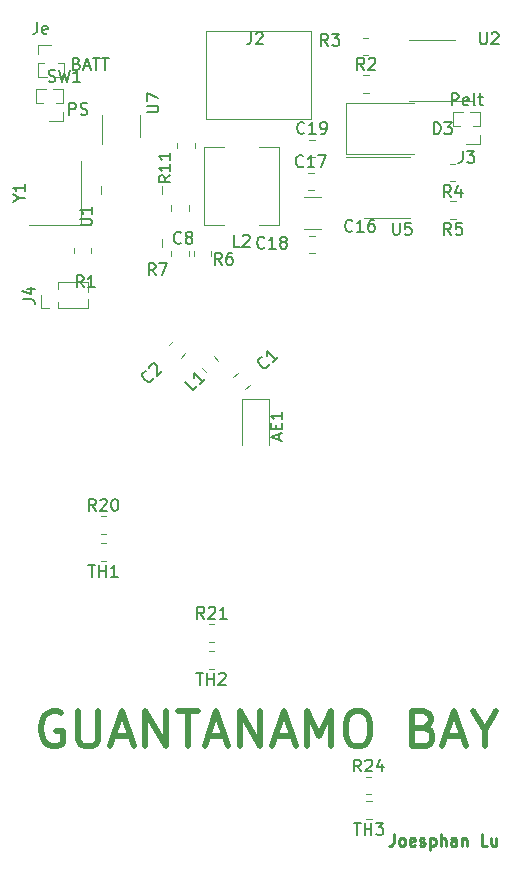
<source format=gbr>
%TF.GenerationSoftware,KiCad,Pcbnew,(5.1.10)-1*%
%TF.CreationDate,2022-02-15T22:18:45-08:00*%
%TF.ProjectId,schematic,73636865-6d61-4746-9963-2e6b69636164,rev?*%
%TF.SameCoordinates,Original*%
%TF.FileFunction,Legend,Top*%
%TF.FilePolarity,Positive*%
%FSLAX46Y46*%
G04 Gerber Fmt 4.6, Leading zero omitted, Abs format (unit mm)*
G04 Created by KiCad (PCBNEW (5.1.10)-1) date 2022-02-15 22:18:45*
%MOMM*%
%LPD*%
G01*
G04 APERTURE LIST*
%ADD10C,0.250000*%
%ADD11C,0.500000*%
%ADD12C,0.120000*%
%ADD13C,0.150000*%
G04 APERTURE END LIST*
D10*
X166446723Y-130313180D02*
X166446723Y-131027466D01*
X166399104Y-131170323D01*
X166303866Y-131265561D01*
X166161009Y-131313180D01*
X166065771Y-131313180D01*
X167065771Y-131313180D02*
X166970533Y-131265561D01*
X166922914Y-131217942D01*
X166875295Y-131122704D01*
X166875295Y-130836990D01*
X166922914Y-130741752D01*
X166970533Y-130694133D01*
X167065771Y-130646514D01*
X167208628Y-130646514D01*
X167303866Y-130694133D01*
X167351485Y-130741752D01*
X167399104Y-130836990D01*
X167399104Y-131122704D01*
X167351485Y-131217942D01*
X167303866Y-131265561D01*
X167208628Y-131313180D01*
X167065771Y-131313180D01*
X168208628Y-131265561D02*
X168113390Y-131313180D01*
X167922914Y-131313180D01*
X167827676Y-131265561D01*
X167780057Y-131170323D01*
X167780057Y-130789371D01*
X167827676Y-130694133D01*
X167922914Y-130646514D01*
X168113390Y-130646514D01*
X168208628Y-130694133D01*
X168256247Y-130789371D01*
X168256247Y-130884609D01*
X167780057Y-130979847D01*
X168637200Y-131265561D02*
X168732438Y-131313180D01*
X168922914Y-131313180D01*
X169018152Y-131265561D01*
X169065771Y-131170323D01*
X169065771Y-131122704D01*
X169018152Y-131027466D01*
X168922914Y-130979847D01*
X168780057Y-130979847D01*
X168684819Y-130932228D01*
X168637200Y-130836990D01*
X168637200Y-130789371D01*
X168684819Y-130694133D01*
X168780057Y-130646514D01*
X168922914Y-130646514D01*
X169018152Y-130694133D01*
X169494342Y-130646514D02*
X169494342Y-131646514D01*
X169494342Y-130694133D02*
X169589580Y-130646514D01*
X169780057Y-130646514D01*
X169875295Y-130694133D01*
X169922914Y-130741752D01*
X169970533Y-130836990D01*
X169970533Y-131122704D01*
X169922914Y-131217942D01*
X169875295Y-131265561D01*
X169780057Y-131313180D01*
X169589580Y-131313180D01*
X169494342Y-131265561D01*
X170399104Y-131313180D02*
X170399104Y-130313180D01*
X170827676Y-131313180D02*
X170827676Y-130789371D01*
X170780057Y-130694133D01*
X170684819Y-130646514D01*
X170541961Y-130646514D01*
X170446723Y-130694133D01*
X170399104Y-130741752D01*
X171732438Y-131313180D02*
X171732438Y-130789371D01*
X171684819Y-130694133D01*
X171589580Y-130646514D01*
X171399104Y-130646514D01*
X171303866Y-130694133D01*
X171732438Y-131265561D02*
X171637200Y-131313180D01*
X171399104Y-131313180D01*
X171303866Y-131265561D01*
X171256247Y-131170323D01*
X171256247Y-131075085D01*
X171303866Y-130979847D01*
X171399104Y-130932228D01*
X171637200Y-130932228D01*
X171732438Y-130884609D01*
X172208628Y-130646514D02*
X172208628Y-131313180D01*
X172208628Y-130741752D02*
X172256247Y-130694133D01*
X172351485Y-130646514D01*
X172494342Y-130646514D01*
X172589580Y-130694133D01*
X172637200Y-130789371D01*
X172637200Y-131313180D01*
X174351485Y-131313180D02*
X173875295Y-131313180D01*
X173875295Y-130313180D01*
X175113390Y-130646514D02*
X175113390Y-131313180D01*
X174684819Y-130646514D02*
X174684819Y-131170323D01*
X174732438Y-131265561D01*
X174827676Y-131313180D01*
X174970533Y-131313180D01*
X175065771Y-131265561D01*
X175113390Y-131217942D01*
D11*
X138273428Y-120039000D02*
X137987714Y-119896142D01*
X137559142Y-119896142D01*
X137130571Y-120039000D01*
X136844857Y-120324714D01*
X136702000Y-120610428D01*
X136559142Y-121181857D01*
X136559142Y-121610428D01*
X136702000Y-122181857D01*
X136844857Y-122467571D01*
X137130571Y-122753285D01*
X137559142Y-122896142D01*
X137844857Y-122896142D01*
X138273428Y-122753285D01*
X138416285Y-122610428D01*
X138416285Y-121610428D01*
X137844857Y-121610428D01*
X139702000Y-119896142D02*
X139702000Y-122324714D01*
X139844857Y-122610428D01*
X139987714Y-122753285D01*
X140273428Y-122896142D01*
X140844857Y-122896142D01*
X141130571Y-122753285D01*
X141273428Y-122610428D01*
X141416285Y-122324714D01*
X141416285Y-119896142D01*
X142702000Y-122039000D02*
X144130571Y-122039000D01*
X142416285Y-122896142D02*
X143416285Y-119896142D01*
X144416285Y-122896142D01*
X145416285Y-122896142D02*
X145416285Y-119896142D01*
X147130571Y-122896142D01*
X147130571Y-119896142D01*
X148130571Y-119896142D02*
X149844857Y-119896142D01*
X148987714Y-122896142D02*
X148987714Y-119896142D01*
X150702000Y-122039000D02*
X152130571Y-122039000D01*
X150416285Y-122896142D02*
X151416285Y-119896142D01*
X152416285Y-122896142D01*
X153416285Y-122896142D02*
X153416285Y-119896142D01*
X155130571Y-122896142D01*
X155130571Y-119896142D01*
X156416285Y-122039000D02*
X157844857Y-122039000D01*
X156130571Y-122896142D02*
X157130571Y-119896142D01*
X158130571Y-122896142D01*
X159130571Y-122896142D02*
X159130571Y-119896142D01*
X160130571Y-122039000D01*
X161130571Y-119896142D01*
X161130571Y-122896142D01*
X163130571Y-119896142D02*
X163702000Y-119896142D01*
X163987714Y-120039000D01*
X164273428Y-120324714D01*
X164416285Y-120896142D01*
X164416285Y-121896142D01*
X164273428Y-122467571D01*
X163987714Y-122753285D01*
X163702000Y-122896142D01*
X163130571Y-122896142D01*
X162844857Y-122753285D01*
X162559142Y-122467571D01*
X162416285Y-121896142D01*
X162416285Y-120896142D01*
X162559142Y-120324714D01*
X162844857Y-120039000D01*
X163130571Y-119896142D01*
X168987714Y-121324714D02*
X169416285Y-121467571D01*
X169559142Y-121610428D01*
X169702000Y-121896142D01*
X169702000Y-122324714D01*
X169559142Y-122610428D01*
X169416285Y-122753285D01*
X169130571Y-122896142D01*
X167987714Y-122896142D01*
X167987714Y-119896142D01*
X168987714Y-119896142D01*
X169273428Y-120039000D01*
X169416285Y-120181857D01*
X169559142Y-120467571D01*
X169559142Y-120753285D01*
X169416285Y-121039000D01*
X169273428Y-121181857D01*
X168987714Y-121324714D01*
X167987714Y-121324714D01*
X170844857Y-122039000D02*
X172273428Y-122039000D01*
X170559142Y-122896142D02*
X171559142Y-119896142D01*
X172559142Y-122896142D01*
X174130571Y-121467571D02*
X174130571Y-122896142D01*
X173130571Y-119896142D02*
X174130571Y-121467571D01*
X175130571Y-119896142D01*
D12*
%TO.C,SW1*%
X138397000Y-67250000D02*
X137594530Y-67250000D01*
X136979470Y-67250000D02*
X136177000Y-67250000D01*
X138397000Y-68455000D02*
X138397000Y-67250000D01*
X136177000Y-68455000D02*
X136177000Y-67250000D01*
X138397000Y-68455000D02*
X137850471Y-68455000D01*
X136723529Y-68455000D02*
X136177000Y-68455000D01*
X138397000Y-69215000D02*
X138397000Y-69975000D01*
X138397000Y-69975000D02*
X137287000Y-69975000D01*
%TO.C,J3*%
X173703000Y-69155000D02*
X172900530Y-69155000D01*
X172285470Y-69155000D02*
X171483000Y-69155000D01*
X173703000Y-70360000D02*
X173703000Y-69155000D01*
X171483000Y-70360000D02*
X171483000Y-69155000D01*
X173703000Y-70360000D02*
X173156471Y-70360000D01*
X172029529Y-70360000D02*
X171483000Y-70360000D01*
X173703000Y-71120000D02*
X173703000Y-71880000D01*
X173703000Y-71880000D02*
X172593000Y-71880000D01*
%TO.C,Je*%
X136304000Y-66227000D02*
X137106470Y-66227000D01*
X137721530Y-66227000D02*
X138524000Y-66227000D01*
X136304000Y-65022000D02*
X136304000Y-66227000D01*
X138524000Y-65022000D02*
X138524000Y-66227000D01*
X136304000Y-65022000D02*
X136850529Y-65022000D01*
X137977471Y-65022000D02*
X138524000Y-65022000D01*
X136304000Y-64262000D02*
X136304000Y-63502000D01*
X136304000Y-63502000D02*
X137414000Y-63502000D01*
%TO.C,J4*%
X140522000Y-85819000D02*
X140522000Y-85016530D01*
X140522000Y-84401470D02*
X140522000Y-83599000D01*
X138047000Y-85819000D02*
X140522000Y-85819000D01*
X138047000Y-83599000D02*
X140522000Y-83599000D01*
X138047000Y-85819000D02*
X138047000Y-85272471D01*
X138047000Y-84145529D02*
X138047000Y-83599000D01*
X137287000Y-85819000D02*
X136527000Y-85819000D01*
X136527000Y-85819000D02*
X136527000Y-84709000D01*
%TO.C,R7*%
X149071000Y-80941936D02*
X149071000Y-81396064D01*
X147601000Y-80941936D02*
X147601000Y-81396064D01*
%TO.C,R6*%
X149506000Y-81364064D02*
X149506000Y-80909936D01*
X150976000Y-81364064D02*
X150976000Y-80909936D01*
%TO.C,C16*%
X158839248Y-76364000D02*
X160261752Y-76364000D01*
X158839248Y-79084000D02*
X160261752Y-79084000D01*
%TO.C,D3*%
X162430000Y-68462000D02*
X162430000Y-72762000D01*
X162430000Y-72762000D02*
X168130000Y-72762000D01*
X162430000Y-68462000D02*
X168130000Y-68462000D01*
%TO.C,U7*%
X144993000Y-71258000D02*
X144993000Y-69458000D01*
X141773000Y-69458000D02*
X141773000Y-71908000D01*
%TO.C,J2*%
X150532000Y-62334000D02*
X150532000Y-69734000D01*
X150532000Y-69734000D02*
X159432000Y-69734000D01*
X159432000Y-69734000D02*
X159432000Y-62334000D01*
X159432000Y-62334000D02*
X150532000Y-62334000D01*
%TO.C,TH3*%
X164581064Y-129005000D02*
X164126936Y-129005000D01*
X164581064Y-127535000D02*
X164126936Y-127535000D01*
%TO.C,TH2*%
X151246064Y-116305000D02*
X150791936Y-116305000D01*
X151246064Y-114835000D02*
X150791936Y-114835000D01*
%TO.C,TH1*%
X142102064Y-107161000D02*
X141647936Y-107161000D01*
X142102064Y-105691000D02*
X141647936Y-105691000D01*
%TO.C,R24*%
X164073436Y-125477600D02*
X164527564Y-125477600D01*
X164073436Y-126947600D02*
X164527564Y-126947600D01*
%TO.C,R21*%
X150791936Y-112549000D02*
X151246064Y-112549000D01*
X150791936Y-114019000D02*
X151246064Y-114019000D01*
%TO.C,R20*%
X141619436Y-103408600D02*
X142073564Y-103408600D01*
X141619436Y-104878600D02*
X142073564Y-104878600D01*
%TO.C,Y1*%
X135552000Y-78720000D02*
X139952000Y-78720000D01*
X139952000Y-78720000D02*
X139952000Y-73320000D01*
%TO.C,U5*%
X165862000Y-78125000D02*
X167812000Y-78125000D01*
X165862000Y-78125000D02*
X163912000Y-78125000D01*
X165862000Y-73005000D02*
X167812000Y-73005000D01*
X165862000Y-73005000D02*
X162412000Y-73005000D01*
%TO.C,U2*%
X169672000Y-63099000D02*
X167722000Y-63099000D01*
X169672000Y-63099000D02*
X171622000Y-63099000D01*
X169672000Y-68219000D02*
X167722000Y-68219000D01*
X169672000Y-68219000D02*
X173122000Y-68219000D01*
%TO.C,U1*%
X141611333Y-76093667D02*
X141611333Y-75418667D01*
X146831333Y-79963667D02*
X146831333Y-80638667D01*
X146831333Y-76093667D02*
X146831333Y-75418667D01*
%TO.C,R11*%
X148109000Y-72252064D02*
X148109000Y-71797936D01*
X149579000Y-72252064D02*
X149579000Y-71797936D01*
%TO.C,R5*%
X171677064Y-78205000D02*
X171222936Y-78205000D01*
X171677064Y-76735000D02*
X171222936Y-76735000D01*
%TO.C,R4*%
X171661064Y-75030000D02*
X171206936Y-75030000D01*
X171661064Y-73560000D02*
X171206936Y-73560000D01*
%TO.C,R3*%
X163840936Y-62892000D02*
X164295064Y-62892000D01*
X163840936Y-64362000D02*
X164295064Y-64362000D01*
%TO.C,R2*%
X163872936Y-66067000D02*
X164327064Y-66067000D01*
X163872936Y-67537000D02*
X164327064Y-67537000D01*
%TO.C,R1*%
X140816000Y-80687936D02*
X140816000Y-81142064D01*
X139346000Y-80687936D02*
X139346000Y-81142064D01*
%TO.C,L2*%
X155043000Y-72138000D02*
X156743000Y-72138000D01*
X156743000Y-72138000D02*
X156743000Y-78738000D01*
X156743000Y-78738000D02*
X155043000Y-78738000D01*
X152043000Y-78738000D02*
X150343000Y-78738000D01*
X150343000Y-78738000D02*
X150343000Y-72138000D01*
X150343000Y-72138000D02*
X152043000Y-72138000D01*
%TO.C,L1*%
X150558687Y-91237779D02*
X150189221Y-90868313D01*
X151562779Y-90233687D02*
X151193313Y-89864221D01*
%TO.C,C19*%
X159250748Y-71528000D02*
X159773252Y-71528000D01*
X159250748Y-72998000D02*
X159773252Y-72998000D01*
%TO.C,C18*%
X159280048Y-79681400D02*
X159802552Y-79681400D01*
X159280048Y-81151400D02*
X159802552Y-81151400D01*
%TO.C,C17*%
X159145248Y-74347400D02*
X159667752Y-74347400D01*
X159145248Y-75817400D02*
X159667752Y-75817400D01*
%TO.C,C8*%
X147601000Y-77582752D02*
X147601000Y-77060248D01*
X149071000Y-77582752D02*
X149071000Y-77060248D01*
%TO.C,C2*%
X148786457Y-89615990D02*
X148416990Y-89985457D01*
X147747010Y-88576543D02*
X147377543Y-88946010D01*
%TO.C,C1*%
X152838543Y-91613010D02*
X153208010Y-91243543D01*
X153877990Y-92652457D02*
X154247457Y-92282990D01*
%TO.C,AE1*%
X155871400Y-97360200D02*
X155871400Y-93450200D01*
X155871400Y-93450200D02*
X153551400Y-93450200D01*
X153551400Y-93450200D02*
X153551400Y-97360200D01*
%TO.C,SW1*%
D13*
X137223666Y-66571761D02*
X137366523Y-66619380D01*
X137604619Y-66619380D01*
X137699857Y-66571761D01*
X137747476Y-66524142D01*
X137795095Y-66428904D01*
X137795095Y-66333666D01*
X137747476Y-66238428D01*
X137699857Y-66190809D01*
X137604619Y-66143190D01*
X137414142Y-66095571D01*
X137318904Y-66047952D01*
X137271285Y-66000333D01*
X137223666Y-65905095D01*
X137223666Y-65809857D01*
X137271285Y-65714619D01*
X137318904Y-65667000D01*
X137414142Y-65619380D01*
X137652238Y-65619380D01*
X137795095Y-65667000D01*
X138128428Y-65619380D02*
X138366523Y-66619380D01*
X138557000Y-65905095D01*
X138747476Y-66619380D01*
X138985571Y-65619380D01*
X139890333Y-66619380D02*
X139318904Y-66619380D01*
X139604619Y-66619380D02*
X139604619Y-65619380D01*
X139509380Y-65762238D01*
X139414142Y-65857476D01*
X139318904Y-65905095D01*
X138961904Y-69413380D02*
X138961904Y-68413380D01*
X139342857Y-68413380D01*
X139438095Y-68461000D01*
X139485714Y-68508619D01*
X139533333Y-68603857D01*
X139533333Y-68746714D01*
X139485714Y-68841952D01*
X139438095Y-68889571D01*
X139342857Y-68937190D01*
X138961904Y-68937190D01*
X139914285Y-69365761D02*
X140057142Y-69413380D01*
X140295238Y-69413380D01*
X140390476Y-69365761D01*
X140438095Y-69318142D01*
X140485714Y-69222904D01*
X140485714Y-69127666D01*
X140438095Y-69032428D01*
X140390476Y-68984809D01*
X140295238Y-68937190D01*
X140104761Y-68889571D01*
X140009523Y-68841952D01*
X139961904Y-68794333D01*
X139914285Y-68699095D01*
X139914285Y-68603857D01*
X139961904Y-68508619D01*
X140009523Y-68461000D01*
X140104761Y-68413380D01*
X140342857Y-68413380D01*
X140485714Y-68461000D01*
%TO.C,J3*%
X172259666Y-72477380D02*
X172259666Y-73191666D01*
X172212047Y-73334523D01*
X172116809Y-73429761D01*
X171973952Y-73477380D01*
X171878714Y-73477380D01*
X172640619Y-72477380D02*
X173259666Y-72477380D01*
X172926333Y-72858333D01*
X173069190Y-72858333D01*
X173164428Y-72905952D01*
X173212047Y-72953571D01*
X173259666Y-73048809D01*
X173259666Y-73286904D01*
X173212047Y-73382142D01*
X173164428Y-73429761D01*
X173069190Y-73477380D01*
X172783476Y-73477380D01*
X172688238Y-73429761D01*
X172640619Y-73382142D01*
X171354904Y-68607380D02*
X171354904Y-67607380D01*
X171735857Y-67607380D01*
X171831095Y-67655000D01*
X171878714Y-67702619D01*
X171926333Y-67797857D01*
X171926333Y-67940714D01*
X171878714Y-68035952D01*
X171831095Y-68083571D01*
X171735857Y-68131190D01*
X171354904Y-68131190D01*
X172735857Y-68559761D02*
X172640619Y-68607380D01*
X172450142Y-68607380D01*
X172354904Y-68559761D01*
X172307285Y-68464523D01*
X172307285Y-68083571D01*
X172354904Y-67988333D01*
X172450142Y-67940714D01*
X172640619Y-67940714D01*
X172735857Y-67988333D01*
X172783476Y-68083571D01*
X172783476Y-68178809D01*
X172307285Y-68274047D01*
X173354904Y-68607380D02*
X173259666Y-68559761D01*
X173212047Y-68464523D01*
X173212047Y-67607380D01*
X173593000Y-67940714D02*
X173973952Y-67940714D01*
X173735857Y-67607380D02*
X173735857Y-68464523D01*
X173783476Y-68559761D01*
X173878714Y-68607380D01*
X173973952Y-68607380D01*
%TO.C,Je*%
X136239285Y-61555380D02*
X136239285Y-62269666D01*
X136191666Y-62412523D01*
X136096428Y-62507761D01*
X135953571Y-62555380D01*
X135858333Y-62555380D01*
X137096428Y-62507761D02*
X137001190Y-62555380D01*
X136810714Y-62555380D01*
X136715476Y-62507761D01*
X136667857Y-62412523D01*
X136667857Y-62031571D01*
X136715476Y-61936333D01*
X136810714Y-61888714D01*
X137001190Y-61888714D01*
X137096428Y-61936333D01*
X137144047Y-62031571D01*
X137144047Y-62126809D01*
X136667857Y-62222047D01*
X139596952Y-65079571D02*
X139739809Y-65127190D01*
X139787428Y-65174809D01*
X139835047Y-65270047D01*
X139835047Y-65412904D01*
X139787428Y-65508142D01*
X139739809Y-65555761D01*
X139644571Y-65603380D01*
X139263619Y-65603380D01*
X139263619Y-64603380D01*
X139596952Y-64603380D01*
X139692190Y-64651000D01*
X139739809Y-64698619D01*
X139787428Y-64793857D01*
X139787428Y-64889095D01*
X139739809Y-64984333D01*
X139692190Y-65031952D01*
X139596952Y-65079571D01*
X139263619Y-65079571D01*
X140216000Y-65317666D02*
X140692190Y-65317666D01*
X140120761Y-65603380D02*
X140454095Y-64603380D01*
X140787428Y-65603380D01*
X140977904Y-64603380D02*
X141549333Y-64603380D01*
X141263619Y-65603380D02*
X141263619Y-64603380D01*
X141739809Y-64603380D02*
X142311238Y-64603380D01*
X142025523Y-65603380D02*
X142025523Y-64603380D01*
%TO.C,J4*%
X135044380Y-85042333D02*
X135758666Y-85042333D01*
X135901523Y-85089952D01*
X135996761Y-85185190D01*
X136044380Y-85328047D01*
X136044380Y-85423285D01*
X135377714Y-84137571D02*
X136044380Y-84137571D01*
X134996761Y-84375666D02*
X135711047Y-84613761D01*
X135711047Y-83994714D01*
%TO.C,R7*%
X146264333Y-83002380D02*
X145931000Y-82526190D01*
X145692904Y-83002380D02*
X145692904Y-82002380D01*
X146073857Y-82002380D01*
X146169095Y-82050000D01*
X146216714Y-82097619D01*
X146264333Y-82192857D01*
X146264333Y-82335714D01*
X146216714Y-82430952D01*
X146169095Y-82478571D01*
X146073857Y-82526190D01*
X145692904Y-82526190D01*
X146597666Y-82002380D02*
X147264333Y-82002380D01*
X146835761Y-83002380D01*
%TO.C,R6*%
X151852333Y-82113380D02*
X151519000Y-81637190D01*
X151280904Y-82113380D02*
X151280904Y-81113380D01*
X151661857Y-81113380D01*
X151757095Y-81161000D01*
X151804714Y-81208619D01*
X151852333Y-81303857D01*
X151852333Y-81446714D01*
X151804714Y-81541952D01*
X151757095Y-81589571D01*
X151661857Y-81637190D01*
X151280904Y-81637190D01*
X152709476Y-81113380D02*
X152519000Y-81113380D01*
X152423761Y-81161000D01*
X152376142Y-81208619D01*
X152280904Y-81351476D01*
X152233285Y-81541952D01*
X152233285Y-81922904D01*
X152280904Y-82018142D01*
X152328523Y-82065761D01*
X152423761Y-82113380D01*
X152614238Y-82113380D01*
X152709476Y-82065761D01*
X152757095Y-82018142D01*
X152804714Y-81922904D01*
X152804714Y-81684809D01*
X152757095Y-81589571D01*
X152709476Y-81541952D01*
X152614238Y-81494333D01*
X152423761Y-81494333D01*
X152328523Y-81541952D01*
X152280904Y-81589571D01*
X152233285Y-81684809D01*
%TO.C,C16*%
X162933142Y-79224142D02*
X162885523Y-79271761D01*
X162742666Y-79319380D01*
X162647428Y-79319380D01*
X162504571Y-79271761D01*
X162409333Y-79176523D01*
X162361714Y-79081285D01*
X162314095Y-78890809D01*
X162314095Y-78747952D01*
X162361714Y-78557476D01*
X162409333Y-78462238D01*
X162504571Y-78367000D01*
X162647428Y-78319380D01*
X162742666Y-78319380D01*
X162885523Y-78367000D01*
X162933142Y-78414619D01*
X163885523Y-79319380D02*
X163314095Y-79319380D01*
X163599809Y-79319380D02*
X163599809Y-78319380D01*
X163504571Y-78462238D01*
X163409333Y-78557476D01*
X163314095Y-78605095D01*
X164742666Y-78319380D02*
X164552190Y-78319380D01*
X164456952Y-78367000D01*
X164409333Y-78414619D01*
X164314095Y-78557476D01*
X164266476Y-78747952D01*
X164266476Y-79128904D01*
X164314095Y-79224142D01*
X164361714Y-79271761D01*
X164456952Y-79319380D01*
X164647428Y-79319380D01*
X164742666Y-79271761D01*
X164790285Y-79224142D01*
X164837904Y-79128904D01*
X164837904Y-78890809D01*
X164790285Y-78795571D01*
X164742666Y-78747952D01*
X164647428Y-78700333D01*
X164456952Y-78700333D01*
X164361714Y-78747952D01*
X164314095Y-78795571D01*
X164266476Y-78890809D01*
%TO.C,D3*%
X169822904Y-71064380D02*
X169822904Y-70064380D01*
X170061000Y-70064380D01*
X170203857Y-70112000D01*
X170299095Y-70207238D01*
X170346714Y-70302476D01*
X170394333Y-70492952D01*
X170394333Y-70635809D01*
X170346714Y-70826285D01*
X170299095Y-70921523D01*
X170203857Y-71016761D01*
X170061000Y-71064380D01*
X169822904Y-71064380D01*
X170727666Y-70064380D02*
X171346714Y-70064380D01*
X171013380Y-70445333D01*
X171156238Y-70445333D01*
X171251476Y-70492952D01*
X171299095Y-70540571D01*
X171346714Y-70635809D01*
X171346714Y-70873904D01*
X171299095Y-70969142D01*
X171251476Y-71016761D01*
X171156238Y-71064380D01*
X170870523Y-71064380D01*
X170775285Y-71016761D01*
X170727666Y-70969142D01*
%TO.C,U7*%
X145502380Y-69214904D02*
X146311904Y-69214904D01*
X146407142Y-69167285D01*
X146454761Y-69119666D01*
X146502380Y-69024428D01*
X146502380Y-68833952D01*
X146454761Y-68738714D01*
X146407142Y-68691095D01*
X146311904Y-68643476D01*
X145502380Y-68643476D01*
X145502380Y-68262523D02*
X145502380Y-67595857D01*
X146502380Y-68024428D01*
%TO.C,J2*%
X154352666Y-62444380D02*
X154352666Y-63158666D01*
X154305047Y-63301523D01*
X154209809Y-63396761D01*
X154066952Y-63444380D01*
X153971714Y-63444380D01*
X154781238Y-62539619D02*
X154828857Y-62492000D01*
X154924095Y-62444380D01*
X155162190Y-62444380D01*
X155257428Y-62492000D01*
X155305047Y-62539619D01*
X155352666Y-62634857D01*
X155352666Y-62730095D01*
X155305047Y-62872952D01*
X154733619Y-63444380D01*
X155352666Y-63444380D01*
%TO.C,TH3*%
X163068285Y-129372380D02*
X163639714Y-129372380D01*
X163354000Y-130372380D02*
X163354000Y-129372380D01*
X163973047Y-130372380D02*
X163973047Y-129372380D01*
X163973047Y-129848571D02*
X164544476Y-129848571D01*
X164544476Y-130372380D02*
X164544476Y-129372380D01*
X164925428Y-129372380D02*
X165544476Y-129372380D01*
X165211142Y-129753333D01*
X165354000Y-129753333D01*
X165449238Y-129800952D01*
X165496857Y-129848571D01*
X165544476Y-129943809D01*
X165544476Y-130181904D01*
X165496857Y-130277142D01*
X165449238Y-130324761D01*
X165354000Y-130372380D01*
X165068285Y-130372380D01*
X164973047Y-130324761D01*
X164925428Y-130277142D01*
%TO.C,TH2*%
X149733285Y-116672380D02*
X150304714Y-116672380D01*
X150019000Y-117672380D02*
X150019000Y-116672380D01*
X150638047Y-117672380D02*
X150638047Y-116672380D01*
X150638047Y-117148571D02*
X151209476Y-117148571D01*
X151209476Y-117672380D02*
X151209476Y-116672380D01*
X151638047Y-116767619D02*
X151685666Y-116720000D01*
X151780904Y-116672380D01*
X152019000Y-116672380D01*
X152114238Y-116720000D01*
X152161857Y-116767619D01*
X152209476Y-116862857D01*
X152209476Y-116958095D01*
X152161857Y-117100952D01*
X151590428Y-117672380D01*
X152209476Y-117672380D01*
%TO.C,TH1*%
X140589285Y-107528380D02*
X141160714Y-107528380D01*
X140875000Y-108528380D02*
X140875000Y-107528380D01*
X141494047Y-108528380D02*
X141494047Y-107528380D01*
X141494047Y-108004571D02*
X142065476Y-108004571D01*
X142065476Y-108528380D02*
X142065476Y-107528380D01*
X143065476Y-108528380D02*
X142494047Y-108528380D01*
X142779761Y-108528380D02*
X142779761Y-107528380D01*
X142684523Y-107671238D01*
X142589285Y-107766476D01*
X142494047Y-107814095D01*
%TO.C,R24*%
X163657642Y-125014980D02*
X163324309Y-124538790D01*
X163086214Y-125014980D02*
X163086214Y-124014980D01*
X163467166Y-124014980D01*
X163562404Y-124062600D01*
X163610023Y-124110219D01*
X163657642Y-124205457D01*
X163657642Y-124348314D01*
X163610023Y-124443552D01*
X163562404Y-124491171D01*
X163467166Y-124538790D01*
X163086214Y-124538790D01*
X164038595Y-124110219D02*
X164086214Y-124062600D01*
X164181452Y-124014980D01*
X164419547Y-124014980D01*
X164514785Y-124062600D01*
X164562404Y-124110219D01*
X164610023Y-124205457D01*
X164610023Y-124300695D01*
X164562404Y-124443552D01*
X163990976Y-125014980D01*
X164610023Y-125014980D01*
X165467166Y-124348314D02*
X165467166Y-125014980D01*
X165229071Y-123967361D02*
X164990976Y-124681647D01*
X165610023Y-124681647D01*
%TO.C,R21*%
X150376142Y-112086380D02*
X150042809Y-111610190D01*
X149804714Y-112086380D02*
X149804714Y-111086380D01*
X150185666Y-111086380D01*
X150280904Y-111134000D01*
X150328523Y-111181619D01*
X150376142Y-111276857D01*
X150376142Y-111419714D01*
X150328523Y-111514952D01*
X150280904Y-111562571D01*
X150185666Y-111610190D01*
X149804714Y-111610190D01*
X150757095Y-111181619D02*
X150804714Y-111134000D01*
X150899952Y-111086380D01*
X151138047Y-111086380D01*
X151233285Y-111134000D01*
X151280904Y-111181619D01*
X151328523Y-111276857D01*
X151328523Y-111372095D01*
X151280904Y-111514952D01*
X150709476Y-112086380D01*
X151328523Y-112086380D01*
X152280904Y-112086380D02*
X151709476Y-112086380D01*
X151995190Y-112086380D02*
X151995190Y-111086380D01*
X151899952Y-111229238D01*
X151804714Y-111324476D01*
X151709476Y-111372095D01*
%TO.C,R20*%
X141203642Y-102945980D02*
X140870309Y-102469790D01*
X140632214Y-102945980D02*
X140632214Y-101945980D01*
X141013166Y-101945980D01*
X141108404Y-101993600D01*
X141156023Y-102041219D01*
X141203642Y-102136457D01*
X141203642Y-102279314D01*
X141156023Y-102374552D01*
X141108404Y-102422171D01*
X141013166Y-102469790D01*
X140632214Y-102469790D01*
X141584595Y-102041219D02*
X141632214Y-101993600D01*
X141727452Y-101945980D01*
X141965547Y-101945980D01*
X142060785Y-101993600D01*
X142108404Y-102041219D01*
X142156023Y-102136457D01*
X142156023Y-102231695D01*
X142108404Y-102374552D01*
X141536976Y-102945980D01*
X142156023Y-102945980D01*
X142775071Y-101945980D02*
X142870309Y-101945980D01*
X142965547Y-101993600D01*
X143013166Y-102041219D01*
X143060785Y-102136457D01*
X143108404Y-102326933D01*
X143108404Y-102565028D01*
X143060785Y-102755504D01*
X143013166Y-102850742D01*
X142965547Y-102898361D01*
X142870309Y-102945980D01*
X142775071Y-102945980D01*
X142679833Y-102898361D01*
X142632214Y-102850742D01*
X142584595Y-102755504D01*
X142536976Y-102565028D01*
X142536976Y-102326933D01*
X142584595Y-102136457D01*
X142632214Y-102041219D01*
X142679833Y-101993600D01*
X142775071Y-101945980D01*
%TO.C,Y1*%
X134728190Y-76496190D02*
X135204380Y-76496190D01*
X134204380Y-76829523D02*
X134728190Y-76496190D01*
X134204380Y-76162857D01*
X135204380Y-75305714D02*
X135204380Y-75877142D01*
X135204380Y-75591428D02*
X134204380Y-75591428D01*
X134347238Y-75686666D01*
X134442476Y-75781904D01*
X134490095Y-75877142D01*
%TO.C,U5*%
X166370095Y-78573380D02*
X166370095Y-79382904D01*
X166417714Y-79478142D01*
X166465333Y-79525761D01*
X166560571Y-79573380D01*
X166751047Y-79573380D01*
X166846285Y-79525761D01*
X166893904Y-79478142D01*
X166941523Y-79382904D01*
X166941523Y-78573380D01*
X167893904Y-78573380D02*
X167417714Y-78573380D01*
X167370095Y-79049571D01*
X167417714Y-79001952D01*
X167512952Y-78954333D01*
X167751047Y-78954333D01*
X167846285Y-79001952D01*
X167893904Y-79049571D01*
X167941523Y-79144809D01*
X167941523Y-79382904D01*
X167893904Y-79478142D01*
X167846285Y-79525761D01*
X167751047Y-79573380D01*
X167512952Y-79573380D01*
X167417714Y-79525761D01*
X167370095Y-79478142D01*
%TO.C,U2*%
X173736095Y-62444380D02*
X173736095Y-63253904D01*
X173783714Y-63349142D01*
X173831333Y-63396761D01*
X173926571Y-63444380D01*
X174117047Y-63444380D01*
X174212285Y-63396761D01*
X174259904Y-63349142D01*
X174307523Y-63253904D01*
X174307523Y-62444380D01*
X174736095Y-62539619D02*
X174783714Y-62492000D01*
X174878952Y-62444380D01*
X175117047Y-62444380D01*
X175212285Y-62492000D01*
X175259904Y-62539619D01*
X175307523Y-62634857D01*
X175307523Y-62730095D01*
X175259904Y-62872952D01*
X174688476Y-63444380D01*
X175307523Y-63444380D01*
%TO.C,U1*%
X139873713Y-78790571D02*
X140683237Y-78790571D01*
X140778475Y-78742952D01*
X140826094Y-78695333D01*
X140873713Y-78600095D01*
X140873713Y-78409619D01*
X140826094Y-78314381D01*
X140778475Y-78266762D01*
X140683237Y-78219143D01*
X139873713Y-78219143D01*
X140873713Y-77219143D02*
X140873713Y-77790571D01*
X140873713Y-77504857D02*
X139873713Y-77504857D01*
X140016571Y-77600095D01*
X140111809Y-77695333D01*
X140159428Y-77790571D01*
%TO.C,R11*%
X147518380Y-74556857D02*
X147042190Y-74890190D01*
X147518380Y-75128285D02*
X146518380Y-75128285D01*
X146518380Y-74747333D01*
X146566000Y-74652095D01*
X146613619Y-74604476D01*
X146708857Y-74556857D01*
X146851714Y-74556857D01*
X146946952Y-74604476D01*
X146994571Y-74652095D01*
X147042190Y-74747333D01*
X147042190Y-75128285D01*
X147518380Y-73604476D02*
X147518380Y-74175904D01*
X147518380Y-73890190D02*
X146518380Y-73890190D01*
X146661238Y-73985428D01*
X146756476Y-74080666D01*
X146804095Y-74175904D01*
X147518380Y-72652095D02*
X147518380Y-73223523D01*
X147518380Y-72937809D02*
X146518380Y-72937809D01*
X146661238Y-73033047D01*
X146756476Y-73128285D01*
X146804095Y-73223523D01*
%TO.C,R5*%
X171283333Y-79572380D02*
X170950000Y-79096190D01*
X170711904Y-79572380D02*
X170711904Y-78572380D01*
X171092857Y-78572380D01*
X171188095Y-78620000D01*
X171235714Y-78667619D01*
X171283333Y-78762857D01*
X171283333Y-78905714D01*
X171235714Y-79000952D01*
X171188095Y-79048571D01*
X171092857Y-79096190D01*
X170711904Y-79096190D01*
X172188095Y-78572380D02*
X171711904Y-78572380D01*
X171664285Y-79048571D01*
X171711904Y-79000952D01*
X171807142Y-78953333D01*
X172045238Y-78953333D01*
X172140476Y-79000952D01*
X172188095Y-79048571D01*
X172235714Y-79143809D01*
X172235714Y-79381904D01*
X172188095Y-79477142D01*
X172140476Y-79524761D01*
X172045238Y-79572380D01*
X171807142Y-79572380D01*
X171711904Y-79524761D01*
X171664285Y-79477142D01*
%TO.C,R4*%
X171267333Y-76397380D02*
X170934000Y-75921190D01*
X170695904Y-76397380D02*
X170695904Y-75397380D01*
X171076857Y-75397380D01*
X171172095Y-75445000D01*
X171219714Y-75492619D01*
X171267333Y-75587857D01*
X171267333Y-75730714D01*
X171219714Y-75825952D01*
X171172095Y-75873571D01*
X171076857Y-75921190D01*
X170695904Y-75921190D01*
X172124476Y-75730714D02*
X172124476Y-76397380D01*
X171886380Y-75349761D02*
X171648285Y-76064047D01*
X172267333Y-76064047D01*
%TO.C,R3*%
X160869333Y-63571380D02*
X160536000Y-63095190D01*
X160297904Y-63571380D02*
X160297904Y-62571380D01*
X160678857Y-62571380D01*
X160774095Y-62619000D01*
X160821714Y-62666619D01*
X160869333Y-62761857D01*
X160869333Y-62904714D01*
X160821714Y-62999952D01*
X160774095Y-63047571D01*
X160678857Y-63095190D01*
X160297904Y-63095190D01*
X161202666Y-62571380D02*
X161821714Y-62571380D01*
X161488380Y-62952333D01*
X161631238Y-62952333D01*
X161726476Y-62999952D01*
X161774095Y-63047571D01*
X161821714Y-63142809D01*
X161821714Y-63380904D01*
X161774095Y-63476142D01*
X161726476Y-63523761D01*
X161631238Y-63571380D01*
X161345523Y-63571380D01*
X161250285Y-63523761D01*
X161202666Y-63476142D01*
%TO.C,R2*%
X163933333Y-65604380D02*
X163600000Y-65128190D01*
X163361904Y-65604380D02*
X163361904Y-64604380D01*
X163742857Y-64604380D01*
X163838095Y-64652000D01*
X163885714Y-64699619D01*
X163933333Y-64794857D01*
X163933333Y-64937714D01*
X163885714Y-65032952D01*
X163838095Y-65080571D01*
X163742857Y-65128190D01*
X163361904Y-65128190D01*
X164314285Y-64699619D02*
X164361904Y-64652000D01*
X164457142Y-64604380D01*
X164695238Y-64604380D01*
X164790476Y-64652000D01*
X164838095Y-64699619D01*
X164885714Y-64794857D01*
X164885714Y-64890095D01*
X164838095Y-65032952D01*
X164266666Y-65604380D01*
X164885714Y-65604380D01*
%TO.C,R1*%
X140168333Y-84018380D02*
X139835000Y-83542190D01*
X139596904Y-84018380D02*
X139596904Y-83018380D01*
X139977857Y-83018380D01*
X140073095Y-83066000D01*
X140120714Y-83113619D01*
X140168333Y-83208857D01*
X140168333Y-83351714D01*
X140120714Y-83446952D01*
X140073095Y-83494571D01*
X139977857Y-83542190D01*
X139596904Y-83542190D01*
X141120714Y-84018380D02*
X140549285Y-84018380D01*
X140835000Y-84018380D02*
X140835000Y-83018380D01*
X140739761Y-83161238D01*
X140644523Y-83256476D01*
X140549285Y-83304095D01*
%TO.C,L2*%
X153376333Y-80589380D02*
X152900142Y-80589380D01*
X152900142Y-79589380D01*
X153662047Y-79684619D02*
X153709666Y-79637000D01*
X153804904Y-79589380D01*
X154043000Y-79589380D01*
X154138238Y-79637000D01*
X154185857Y-79684619D01*
X154233476Y-79779857D01*
X154233476Y-79875095D01*
X154185857Y-80017952D01*
X153614428Y-80589380D01*
X154233476Y-80589380D01*
%TO.C,L1*%
X149808030Y-92385732D02*
X149471312Y-92722450D01*
X148764206Y-92015343D01*
X150414122Y-91779641D02*
X150010061Y-92183702D01*
X150212091Y-91981671D02*
X149504984Y-91274564D01*
X149538656Y-91442923D01*
X149538656Y-91577610D01*
X149504984Y-91678625D01*
%TO.C,C19*%
X158869142Y-70940142D02*
X158821523Y-70987761D01*
X158678666Y-71035380D01*
X158583428Y-71035380D01*
X158440571Y-70987761D01*
X158345333Y-70892523D01*
X158297714Y-70797285D01*
X158250095Y-70606809D01*
X158250095Y-70463952D01*
X158297714Y-70273476D01*
X158345333Y-70178238D01*
X158440571Y-70083000D01*
X158583428Y-70035380D01*
X158678666Y-70035380D01*
X158821523Y-70083000D01*
X158869142Y-70130619D01*
X159821523Y-71035380D02*
X159250095Y-71035380D01*
X159535809Y-71035380D02*
X159535809Y-70035380D01*
X159440571Y-70178238D01*
X159345333Y-70273476D01*
X159250095Y-70321095D01*
X160297714Y-71035380D02*
X160488190Y-71035380D01*
X160583428Y-70987761D01*
X160631047Y-70940142D01*
X160726285Y-70797285D01*
X160773904Y-70606809D01*
X160773904Y-70225857D01*
X160726285Y-70130619D01*
X160678666Y-70083000D01*
X160583428Y-70035380D01*
X160392952Y-70035380D01*
X160297714Y-70083000D01*
X160250095Y-70130619D01*
X160202476Y-70225857D01*
X160202476Y-70463952D01*
X160250095Y-70559190D01*
X160297714Y-70606809D01*
X160392952Y-70654428D01*
X160583428Y-70654428D01*
X160678666Y-70606809D01*
X160726285Y-70559190D01*
X160773904Y-70463952D01*
%TO.C,C18*%
X155490942Y-80646542D02*
X155443323Y-80694161D01*
X155300466Y-80741780D01*
X155205228Y-80741780D01*
X155062371Y-80694161D01*
X154967133Y-80598923D01*
X154919514Y-80503685D01*
X154871895Y-80313209D01*
X154871895Y-80170352D01*
X154919514Y-79979876D01*
X154967133Y-79884638D01*
X155062371Y-79789400D01*
X155205228Y-79741780D01*
X155300466Y-79741780D01*
X155443323Y-79789400D01*
X155490942Y-79837019D01*
X156443323Y-80741780D02*
X155871895Y-80741780D01*
X156157609Y-80741780D02*
X156157609Y-79741780D01*
X156062371Y-79884638D01*
X155967133Y-79979876D01*
X155871895Y-80027495D01*
X157014752Y-80170352D02*
X156919514Y-80122733D01*
X156871895Y-80075114D01*
X156824276Y-79979876D01*
X156824276Y-79932257D01*
X156871895Y-79837019D01*
X156919514Y-79789400D01*
X157014752Y-79741780D01*
X157205228Y-79741780D01*
X157300466Y-79789400D01*
X157348085Y-79837019D01*
X157395704Y-79932257D01*
X157395704Y-79979876D01*
X157348085Y-80075114D01*
X157300466Y-80122733D01*
X157205228Y-80170352D01*
X157014752Y-80170352D01*
X156919514Y-80217971D01*
X156871895Y-80265590D01*
X156824276Y-80360828D01*
X156824276Y-80551304D01*
X156871895Y-80646542D01*
X156919514Y-80694161D01*
X157014752Y-80741780D01*
X157205228Y-80741780D01*
X157300466Y-80694161D01*
X157348085Y-80646542D01*
X157395704Y-80551304D01*
X157395704Y-80360828D01*
X157348085Y-80265590D01*
X157300466Y-80217971D01*
X157205228Y-80170352D01*
%TO.C,C17*%
X158763642Y-73759542D02*
X158716023Y-73807161D01*
X158573166Y-73854780D01*
X158477928Y-73854780D01*
X158335071Y-73807161D01*
X158239833Y-73711923D01*
X158192214Y-73616685D01*
X158144595Y-73426209D01*
X158144595Y-73283352D01*
X158192214Y-73092876D01*
X158239833Y-72997638D01*
X158335071Y-72902400D01*
X158477928Y-72854780D01*
X158573166Y-72854780D01*
X158716023Y-72902400D01*
X158763642Y-72950019D01*
X159716023Y-73854780D02*
X159144595Y-73854780D01*
X159430309Y-73854780D02*
X159430309Y-72854780D01*
X159335071Y-72997638D01*
X159239833Y-73092876D01*
X159144595Y-73140495D01*
X160049357Y-72854780D02*
X160716023Y-72854780D01*
X160287452Y-73854780D01*
%TO.C,C8*%
X148423333Y-80240142D02*
X148375714Y-80287761D01*
X148232857Y-80335380D01*
X148137619Y-80335380D01*
X147994761Y-80287761D01*
X147899523Y-80192523D01*
X147851904Y-80097285D01*
X147804285Y-79906809D01*
X147804285Y-79763952D01*
X147851904Y-79573476D01*
X147899523Y-79478238D01*
X147994761Y-79383000D01*
X148137619Y-79335380D01*
X148232857Y-79335380D01*
X148375714Y-79383000D01*
X148423333Y-79430619D01*
X148994761Y-79763952D02*
X148899523Y-79716333D01*
X148851904Y-79668714D01*
X148804285Y-79573476D01*
X148804285Y-79525857D01*
X148851904Y-79430619D01*
X148899523Y-79383000D01*
X148994761Y-79335380D01*
X149185238Y-79335380D01*
X149280476Y-79383000D01*
X149328095Y-79430619D01*
X149375714Y-79525857D01*
X149375714Y-79573476D01*
X149328095Y-79668714D01*
X149280476Y-79716333D01*
X149185238Y-79763952D01*
X148994761Y-79763952D01*
X148899523Y-79811571D01*
X148851904Y-79859190D01*
X148804285Y-79954428D01*
X148804285Y-80144904D01*
X148851904Y-80240142D01*
X148899523Y-80287761D01*
X148994761Y-80335380D01*
X149185238Y-80335380D01*
X149280476Y-80287761D01*
X149328095Y-80240142D01*
X149375714Y-80144904D01*
X149375714Y-79954428D01*
X149328095Y-79859190D01*
X149280476Y-79811571D01*
X149185238Y-79763952D01*
%TO.C,C2*%
X146057686Y-91683389D02*
X146057686Y-91750732D01*
X145990342Y-91885419D01*
X145922999Y-91952763D01*
X145788311Y-92020106D01*
X145653624Y-92020106D01*
X145552609Y-91986435D01*
X145384250Y-91885419D01*
X145283235Y-91784404D01*
X145182220Y-91616045D01*
X145148548Y-91515030D01*
X145148548Y-91380343D01*
X145215892Y-91245656D01*
X145283235Y-91178312D01*
X145417922Y-91110969D01*
X145485266Y-91110969D01*
X145754640Y-90841595D02*
X145754640Y-90774251D01*
X145788311Y-90673236D01*
X145956670Y-90504877D01*
X146057686Y-90471206D01*
X146125029Y-90471206D01*
X146226044Y-90504877D01*
X146293388Y-90572221D01*
X146360731Y-90706908D01*
X146360731Y-91515030D01*
X146798464Y-91077297D01*
%TO.C,C1*%
X155871627Y-90519580D02*
X155871627Y-90586923D01*
X155804283Y-90721610D01*
X155736940Y-90788954D01*
X155602252Y-90856297D01*
X155467565Y-90856297D01*
X155366550Y-90822626D01*
X155198191Y-90721610D01*
X155097176Y-90620595D01*
X154996161Y-90452236D01*
X154962489Y-90351221D01*
X154962489Y-90216534D01*
X155029833Y-90081847D01*
X155097176Y-90014503D01*
X155231863Y-89947160D01*
X155299207Y-89947160D01*
X156612405Y-89913488D02*
X156208344Y-90317549D01*
X156410375Y-90115519D02*
X155703268Y-89408412D01*
X155736940Y-89576771D01*
X155736940Y-89711458D01*
X155703268Y-89812473D01*
%TO.C,AE1*%
X156728066Y-96926866D02*
X156728066Y-96450676D01*
X157013780Y-97022104D02*
X156013780Y-96688771D01*
X157013780Y-96355438D01*
X156489971Y-96022104D02*
X156489971Y-95688771D01*
X157013780Y-95545914D02*
X157013780Y-96022104D01*
X156013780Y-96022104D01*
X156013780Y-95545914D01*
X157013780Y-94593533D02*
X157013780Y-95164961D01*
X157013780Y-94879247D02*
X156013780Y-94879247D01*
X156156638Y-94974485D01*
X156251876Y-95069723D01*
X156299495Y-95164961D01*
%TD*%
M02*

</source>
